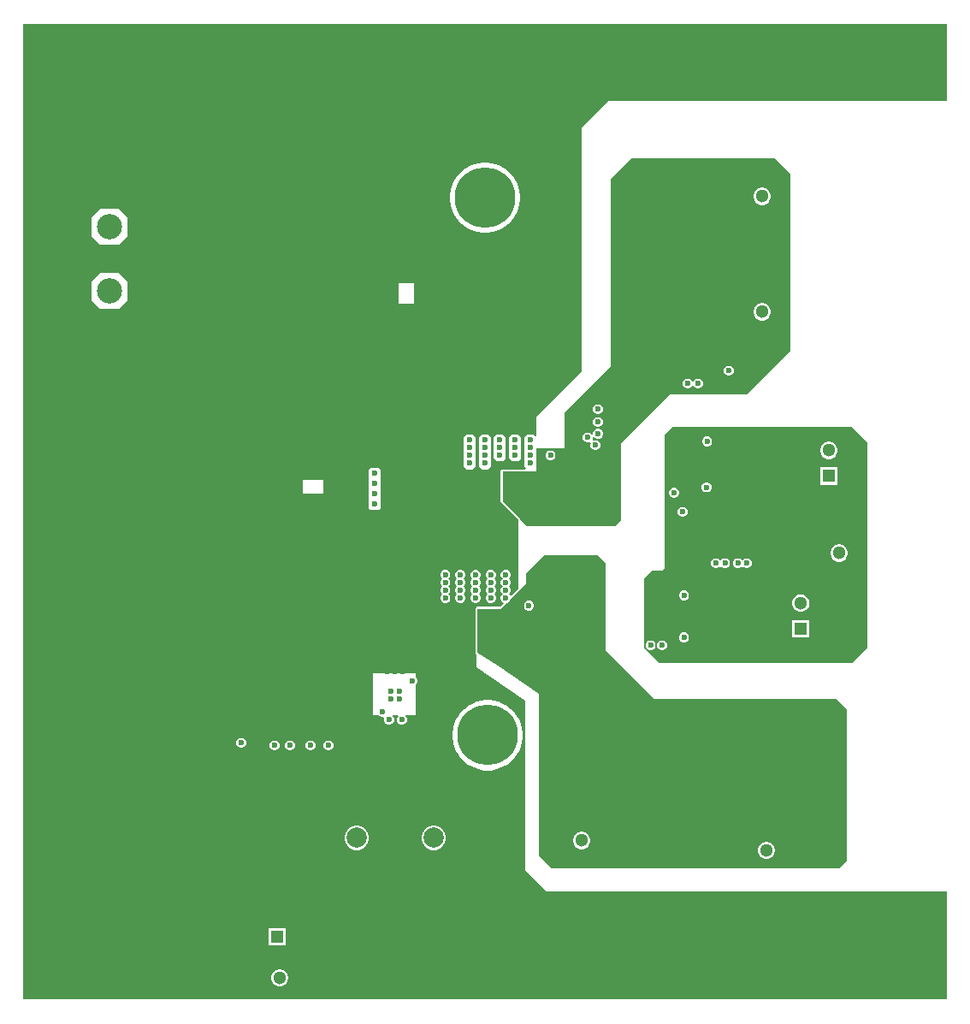
<source format=gbr>
%TF.GenerationSoftware,Altium Limited,Altium Designer,22.9.1 (49)*%
G04 Layer_Physical_Order=2*
G04 Layer_Color=36540*
%FSLAX45Y45*%
%MOMM*%
%TF.SameCoordinates,B7DE9D22-2107-43EB-A15B-9EDAE082944A*%
%TF.FilePolarity,Positive*%
%TF.FileFunction,Copper,L2,Inr,Signal*%
%TF.Part,Single*%
G01*
G75*
%TA.AperFunction,ComponentPad*%
%ADD55C,1.30000*%
%ADD56C,6.00000*%
%ADD57C,1.90500*%
%ADD58C,2.00660*%
%ADD59C,0.60000*%
%ADD60C,2.50000*%
%ADD61R,1.30000X1.30000*%
%ADD62R,1.30000X1.30000*%
%TA.AperFunction,ViaPad*%
%ADD63C,0.60000*%
G36*
X9194800Y10414000D02*
X5842000D01*
X5575300Y10147300D01*
Y7734300D01*
X5207000Y7366000D01*
X5130800Y7289800D01*
Y7107161D01*
X5118100Y7101900D01*
X5100000Y7120000D01*
X5040000D01*
X5010000Y7090000D01*
Y6800000D01*
X5028200Y6781800D01*
X5022939Y6769100D01*
X4787900D01*
X4775200Y6756400D01*
Y6451600D01*
X4953000Y6273800D01*
Y5591438D01*
X4884695Y5523133D01*
X4872238Y5525611D01*
X4871488Y5527423D01*
X4861711Y5537200D01*
X4871488Y5546977D01*
X4879100Y5565354D01*
Y5585246D01*
X4871488Y5603623D01*
X4861711Y5613400D01*
X4871488Y5623177D01*
X4879100Y5641554D01*
Y5661446D01*
X4871488Y5679823D01*
X4861711Y5689600D01*
X4871488Y5699377D01*
X4879100Y5717754D01*
Y5737646D01*
X4871488Y5756023D01*
X4857423Y5770088D01*
X4839046Y5777700D01*
X4819154D01*
X4800777Y5770088D01*
X4786712Y5756023D01*
X4779100Y5737646D01*
Y5717754D01*
X4786712Y5699377D01*
X4796489Y5689600D01*
X4786712Y5679823D01*
X4779100Y5661446D01*
Y5641554D01*
X4786712Y5623177D01*
X4796489Y5613400D01*
X4786712Y5603623D01*
X4779100Y5585246D01*
Y5565354D01*
X4786712Y5546977D01*
X4796489Y5537200D01*
X4786712Y5527423D01*
X4779100Y5509046D01*
Y5489154D01*
X4786712Y5470777D01*
X4800777Y5456712D01*
X4802589Y5455962D01*
X4805067Y5443505D01*
X4771761Y5410200D01*
X4533900D01*
Y5400368D01*
X4532181Y5399219D01*
X4527760Y5392604D01*
X4526208Y5384800D01*
Y5359400D01*
Y4953000D01*
X4526660Y4950730D01*
X4526730Y4948415D01*
X4527429Y4946864D01*
X4527760Y4945196D01*
X4529047Y4943271D01*
X4529998Y4941160D01*
X4531236Y4939995D01*
X4532181Y4938580D01*
X4533900Y4937432D01*
Y4813300D01*
X5020000Y4484854D01*
Y2803200D01*
X5232400Y2590800D01*
X9194800D01*
Y1524000D01*
X50800D01*
Y11176000D01*
X9194800D01*
Y10414000D01*
D02*
G37*
G36*
X7645400Y9702000D02*
Y7949399D01*
X7213600Y7517600D01*
X6451600D01*
X5969000Y7035000D01*
X5969000Y6273000D01*
X5906300Y6210300D01*
X5041100D01*
X4972347Y6279053D01*
X4971840Y6281604D01*
X4967419Y6288219D01*
X4967419Y6288220D01*
X4800600Y6455039D01*
Y6748708D01*
X5022939D01*
X5030743Y6750260D01*
X5037359Y6754681D01*
X5037973Y6755600D01*
X5130800D01*
Y6984200D01*
X5410200D01*
Y7339800D01*
X5562600Y7492200D01*
X5867400Y7797000D01*
Y9651200D01*
X6070600Y9854400D01*
X7493000D01*
X7645400Y9702000D01*
D02*
G37*
G36*
X8407400Y7035800D02*
Y5003800D01*
X8255000Y4851400D01*
X6349999D01*
X6197600Y5003800D01*
Y5689600D01*
X6273800Y5765800D01*
X6375400D01*
X6400800Y5791200D01*
Y7112000D01*
X6477000Y7188200D01*
X8254999Y7188200D01*
X8407400Y7035800D01*
D02*
G37*
G36*
X5816600Y5842000D02*
Y4978400D01*
X6299200Y4495800D01*
X8102600D01*
X8204200Y4394200D01*
Y2895600D01*
X8128000Y2819400D01*
X5283200D01*
X5156200Y2946400D01*
Y4546600D01*
X4749800Y4826000D01*
X4546600Y4953000D01*
Y5359400D01*
Y5384800D01*
X4775200D01*
X4839821Y5449421D01*
X4857423Y5456712D01*
X4871488Y5470777D01*
X4878779Y5488379D01*
X5029199Y5638799D01*
X5029200Y5740400D01*
X5207000Y5918200D01*
X5740400D01*
X5816600Y5842000D01*
D02*
G37*
%LPC*%
G36*
X4645608Y9809480D02*
X4599992D01*
X4554767Y9803526D01*
X4510705Y9791720D01*
X4468562Y9774263D01*
X4429058Y9751455D01*
X4392869Y9723686D01*
X4360613Y9691431D01*
X4332844Y9655242D01*
X4310036Y9615738D01*
X4292580Y9573594D01*
X4280774Y9529533D01*
X4274820Y9484308D01*
Y9438692D01*
X4280774Y9393467D01*
X4292580Y9349405D01*
X4310036Y9307262D01*
X4332844Y9267758D01*
X4360613Y9231569D01*
X4392869Y9199313D01*
X4429058Y9171544D01*
X4468562Y9148736D01*
X4510705Y9131280D01*
X4554767Y9119474D01*
X4599992Y9113520D01*
X4645608D01*
X4690833Y9119474D01*
X4734894Y9131280D01*
X4777038Y9148736D01*
X4816542Y9171544D01*
X4852731Y9199313D01*
X4884986Y9231569D01*
X4912755Y9267758D01*
X4935563Y9307262D01*
X4953020Y9349405D01*
X4964826Y9393467D01*
X4970780Y9438692D01*
Y9484308D01*
X4964826Y9529533D01*
X4953020Y9573594D01*
X4935563Y9615738D01*
X4912755Y9655242D01*
X4884986Y9691431D01*
X4852731Y9723686D01*
X4816542Y9751455D01*
X4777038Y9774263D01*
X4734894Y9791720D01*
X4690833Y9803526D01*
X4645608Y9809480D01*
D02*
G37*
G36*
X1000000Y9350000D02*
X810000D01*
X730000Y9270000D01*
X730000Y9079999D01*
X810000Y9000000D01*
X1000000D01*
X1080000Y9080000D01*
Y9270000D01*
X1000000Y9350000D01*
D02*
G37*
G36*
X3920000Y8610600D02*
X3767800D01*
Y8407400D01*
X3920000D01*
Y8610600D01*
D02*
G37*
G36*
X1000000Y8715000D02*
X810000D01*
X730000Y8635000D01*
X730000Y8444999D01*
X810000Y8365000D01*
X1000000D01*
X1080000Y8445000D01*
Y8635000D01*
X1000000Y8715000D01*
D02*
G37*
G36*
X4950000Y7120000D02*
X4890000D01*
X4860000Y7090000D01*
Y6880000D01*
X4890000Y6850000D01*
X4950000D01*
X4980000Y6880000D01*
Y7090000D01*
X4950000Y7120000D01*
D02*
G37*
G36*
X4800000D02*
X4740000D01*
X4710000Y7090000D01*
Y6880000D01*
X4740000Y6850000D01*
X4800000D01*
X4830000Y6880000D01*
Y7090000D01*
X4800000Y7120000D01*
D02*
G37*
G36*
X4650000D02*
X4590000D01*
X4560000Y7090000D01*
Y6800000D01*
X4590000Y6770000D01*
X4650000D01*
X4680000Y6800000D01*
Y7090000D01*
X4650000Y7120000D01*
D02*
G37*
G36*
X4500000D02*
X4440000D01*
X4410000Y7090000D01*
Y6800000D01*
X4440000Y6770000D01*
X4500000D01*
X4530000Y6800000D01*
Y7090000D01*
X4500000Y7120000D01*
D02*
G37*
G36*
X3022600Y6669246D02*
X2818394D01*
Y6529246D01*
X3022600D01*
Y6669246D01*
D02*
G37*
G36*
X3570000Y6790000D02*
X3490000D01*
X3470000Y6770000D01*
Y6390000D01*
X3490000Y6370000D01*
X3570000D01*
X3590000Y6390000D01*
Y6770000D01*
X3570000Y6790000D01*
D02*
G37*
G36*
X4689046Y5777700D02*
X4669154D01*
X4650777Y5770088D01*
X4636712Y5756023D01*
X4629100Y5737646D01*
Y5717754D01*
X4636712Y5699377D01*
X4646489Y5689600D01*
X4636712Y5679823D01*
X4629100Y5661446D01*
Y5641554D01*
X4636712Y5623177D01*
X4646489Y5613400D01*
X4636712Y5603623D01*
X4629100Y5585246D01*
Y5565354D01*
X4636712Y5546977D01*
X4646489Y5537200D01*
X4636712Y5527423D01*
X4629100Y5509046D01*
Y5489154D01*
X4636712Y5470777D01*
X4650777Y5456712D01*
X4669154Y5449100D01*
X4689046D01*
X4707423Y5456712D01*
X4721488Y5470777D01*
X4729100Y5489154D01*
Y5509046D01*
X4721488Y5527423D01*
X4711711Y5537200D01*
X4721488Y5546977D01*
X4729100Y5565354D01*
Y5585246D01*
X4721488Y5603623D01*
X4711711Y5613400D01*
X4721488Y5623177D01*
X4729100Y5641554D01*
Y5661446D01*
X4721488Y5679823D01*
X4711711Y5689600D01*
X4721488Y5699377D01*
X4729100Y5717754D01*
Y5737646D01*
X4721488Y5756023D01*
X4707423Y5770088D01*
X4689046Y5777700D01*
D02*
G37*
G36*
X4539046D02*
X4519154D01*
X4500777Y5770088D01*
X4486712Y5756023D01*
X4479100Y5737646D01*
Y5717754D01*
X4486712Y5699377D01*
X4496489Y5689600D01*
X4486712Y5679823D01*
X4479100Y5661446D01*
Y5641554D01*
X4486712Y5623177D01*
X4496489Y5613400D01*
X4486712Y5603623D01*
X4479100Y5585246D01*
Y5565354D01*
X4486712Y5546977D01*
X4496489Y5537200D01*
X4486712Y5527423D01*
X4479100Y5509046D01*
Y5489154D01*
X4486712Y5470777D01*
X4500777Y5456712D01*
X4519154Y5449100D01*
X4539046D01*
X4557423Y5456712D01*
X4571488Y5470777D01*
X4579100Y5489154D01*
Y5509046D01*
X4571488Y5527423D01*
X4561711Y5537200D01*
X4571488Y5546977D01*
X4579100Y5565354D01*
Y5585246D01*
X4571488Y5603623D01*
X4561711Y5613400D01*
X4571488Y5623177D01*
X4579100Y5641554D01*
Y5661446D01*
X4571488Y5679823D01*
X4561711Y5689600D01*
X4571488Y5699377D01*
X4579100Y5717754D01*
Y5737646D01*
X4571488Y5756023D01*
X4557423Y5770088D01*
X4539046Y5777700D01*
D02*
G37*
G36*
X4389046D02*
X4369154D01*
X4350777Y5770088D01*
X4336712Y5756023D01*
X4329100Y5737646D01*
Y5717754D01*
X4336712Y5699377D01*
X4346489Y5689600D01*
X4336712Y5679823D01*
X4329100Y5661446D01*
Y5641554D01*
X4336712Y5623177D01*
X4346489Y5613400D01*
X4336712Y5603623D01*
X4329100Y5585246D01*
Y5565354D01*
X4336712Y5546977D01*
X4346489Y5537200D01*
X4336712Y5527423D01*
X4329100Y5509046D01*
Y5489154D01*
X4336712Y5470777D01*
X4350777Y5456712D01*
X4369154Y5449100D01*
X4389046D01*
X4407423Y5456712D01*
X4421488Y5470777D01*
X4429100Y5489154D01*
Y5509046D01*
X4421488Y5527423D01*
X4411711Y5537200D01*
X4421488Y5546977D01*
X4429100Y5565354D01*
Y5585246D01*
X4421488Y5603623D01*
X4411711Y5613400D01*
X4421488Y5623177D01*
X4429100Y5641554D01*
Y5661446D01*
X4421488Y5679823D01*
X4411711Y5689600D01*
X4421488Y5699377D01*
X4429100Y5717754D01*
Y5737646D01*
X4421488Y5756023D01*
X4407423Y5770088D01*
X4389046Y5777700D01*
D02*
G37*
G36*
X4239046D02*
X4219154D01*
X4200777Y5770088D01*
X4186712Y5756023D01*
X4179100Y5737646D01*
Y5717754D01*
X4186712Y5699377D01*
X4196489Y5689600D01*
X4186712Y5679823D01*
X4179100Y5661446D01*
Y5641554D01*
X4186712Y5623177D01*
X4196489Y5613400D01*
X4186712Y5603623D01*
X4179100Y5585246D01*
Y5565354D01*
X4186712Y5546977D01*
X4196489Y5537200D01*
X4186712Y5527423D01*
X4179100Y5509046D01*
Y5489154D01*
X4186712Y5470777D01*
X4200777Y5456712D01*
X4219154Y5449100D01*
X4239046D01*
X4257423Y5456712D01*
X4271488Y5470777D01*
X4279100Y5489154D01*
Y5509046D01*
X4271488Y5527423D01*
X4261711Y5537200D01*
X4271488Y5546977D01*
X4279100Y5565354D01*
Y5585246D01*
X4271488Y5603623D01*
X4261711Y5613400D01*
X4271488Y5623177D01*
X4279100Y5641554D01*
Y5661446D01*
X4271488Y5679823D01*
X4261711Y5689600D01*
X4271488Y5699377D01*
X4279100Y5717754D01*
Y5737646D01*
X4271488Y5756023D01*
X4257423Y5770088D01*
X4239046Y5777700D01*
D02*
G37*
G36*
X3936269Y4752033D02*
X3516269D01*
Y4342033D01*
X3563768D01*
X3564412Y4340477D01*
X3578477Y4326412D01*
X3596854Y4318800D01*
X3616745D01*
X3625356Y4308620D01*
X3622840Y4302546D01*
Y4282654D01*
X3630452Y4264277D01*
X3644517Y4250212D01*
X3662894Y4242600D01*
X3682786D01*
X3701163Y4250212D01*
X3715228Y4264277D01*
X3722840Y4282654D01*
Y4302546D01*
X3715228Y4320923D01*
X3706818Y4329333D01*
X3712078Y4342033D01*
X3760602D01*
X3765862Y4329333D01*
X3757452Y4320923D01*
X3749840Y4302546D01*
Y4282654D01*
X3757452Y4264277D01*
X3771517Y4250212D01*
X3789894Y4242600D01*
X3809786D01*
X3828163Y4250212D01*
X3842228Y4264277D01*
X3849840Y4282654D01*
Y4302546D01*
X3842228Y4320923D01*
X3833818Y4329333D01*
X3839078Y4342033D01*
X3936269D01*
Y4640017D01*
X3947071Y4650819D01*
X3954682Y4669196D01*
Y4689087D01*
X3947071Y4707465D01*
X3936269Y4718266D01*
Y4752033D01*
D02*
G37*
G36*
X2219746Y4114000D02*
X2199854D01*
X2181477Y4106388D01*
X2167412Y4092323D01*
X2159800Y4073946D01*
Y4054054D01*
X2167412Y4035677D01*
X2181477Y4021612D01*
X2199854Y4014000D01*
X2219746D01*
X2238123Y4021612D01*
X2252188Y4035677D01*
X2259800Y4054054D01*
Y4073946D01*
X2252188Y4092323D01*
X2238123Y4106388D01*
X2219746Y4114000D01*
D02*
G37*
G36*
X3083346Y4088600D02*
X3063454D01*
X3045077Y4080988D01*
X3031012Y4066923D01*
X3023400Y4048546D01*
Y4028654D01*
X3031012Y4010277D01*
X3045077Y3996212D01*
X3063454Y3988600D01*
X3083346D01*
X3101723Y3996212D01*
X3115788Y4010277D01*
X3123400Y4028654D01*
Y4048546D01*
X3115788Y4066923D01*
X3101723Y4080988D01*
X3083346Y4088600D01*
D02*
G37*
G36*
X2905546D02*
X2885654D01*
X2867277Y4080988D01*
X2853212Y4066923D01*
X2845600Y4048546D01*
Y4028654D01*
X2853212Y4010277D01*
X2867277Y3996212D01*
X2885654Y3988600D01*
X2905546D01*
X2923923Y3996212D01*
X2937988Y4010277D01*
X2945600Y4028654D01*
Y4048546D01*
X2937988Y4066923D01*
X2923923Y4080988D01*
X2905546Y4088600D01*
D02*
G37*
G36*
X2702346D02*
X2682454D01*
X2664077Y4080988D01*
X2650012Y4066923D01*
X2642400Y4048546D01*
Y4028654D01*
X2650012Y4010277D01*
X2664077Y3996212D01*
X2682454Y3988600D01*
X2702346D01*
X2720723Y3996212D01*
X2734788Y4010277D01*
X2742400Y4028654D01*
Y4048546D01*
X2734788Y4066923D01*
X2720723Y4080988D01*
X2702346Y4088600D01*
D02*
G37*
G36*
X2549946D02*
X2530054D01*
X2511677Y4080988D01*
X2497612Y4066923D01*
X2490000Y4048546D01*
Y4028654D01*
X2497612Y4010277D01*
X2511677Y3996212D01*
X2530054Y3988600D01*
X2549946D01*
X2568323Y3996212D01*
X2582388Y4010277D01*
X2590000Y4028654D01*
Y4048546D01*
X2582388Y4066923D01*
X2568323Y4080988D01*
X2549946Y4088600D01*
D02*
G37*
G36*
X4671008Y4488180D02*
X4625392D01*
X4580167Y4482226D01*
X4536105Y4470420D01*
X4493962Y4452963D01*
X4454458Y4430155D01*
X4418269Y4402386D01*
X4386013Y4370131D01*
X4358244Y4333942D01*
X4335436Y4294438D01*
X4317980Y4252294D01*
X4306174Y4208233D01*
X4300220Y4163008D01*
Y4117392D01*
X4306174Y4072167D01*
X4317980Y4028105D01*
X4335436Y3985962D01*
X4358244Y3946458D01*
X4386013Y3910269D01*
X4418269Y3878013D01*
X4454458Y3850244D01*
X4493962Y3827436D01*
X4536105Y3809980D01*
X4580167Y3798174D01*
X4625392Y3792220D01*
X4671008D01*
X4716233Y3798174D01*
X4760294Y3809980D01*
X4802438Y3827436D01*
X4841942Y3850244D01*
X4878131Y3878013D01*
X4910386Y3910269D01*
X4938155Y3946458D01*
X4960963Y3985962D01*
X4978420Y4028105D01*
X4990226Y4072167D01*
X4996180Y4117392D01*
Y4163008D01*
X4990226Y4208233D01*
X4978420Y4252294D01*
X4960963Y4294438D01*
X4938155Y4333942D01*
X4910386Y4370131D01*
X4878131Y4402386D01*
X4841942Y4430155D01*
X4802438Y4452963D01*
X4760294Y4470420D01*
X4716233Y4482226D01*
X4671008Y4488180D01*
D02*
G37*
G36*
X4130642Y3244530D02*
X4098958D01*
X4068354Y3236330D01*
X4040916Y3220488D01*
X4018512Y3198084D01*
X4002670Y3170646D01*
X3994470Y3140042D01*
Y3108358D01*
X4002670Y3077754D01*
X4018512Y3050316D01*
X4040916Y3027912D01*
X4068354Y3012070D01*
X4098958Y3003870D01*
X4130642D01*
X4161246Y3012070D01*
X4188684Y3027912D01*
X4211088Y3050316D01*
X4226930Y3077754D01*
X4235130Y3108358D01*
Y3140042D01*
X4226930Y3170646D01*
X4211088Y3198084D01*
X4188684Y3220488D01*
X4161246Y3236330D01*
X4130642Y3244530D01*
D02*
G37*
G36*
X3368642D02*
X3336958D01*
X3306354Y3236330D01*
X3278916Y3220488D01*
X3256512Y3198084D01*
X3240670Y3170646D01*
X3232470Y3140042D01*
Y3108358D01*
X3240670Y3077754D01*
X3256512Y3050316D01*
X3278916Y3027912D01*
X3306354Y3012070D01*
X3336958Y3003870D01*
X3368642D01*
X3399246Y3012070D01*
X3426684Y3027912D01*
X3449088Y3050316D01*
X3464930Y3077754D01*
X3473130Y3108358D01*
Y3140042D01*
X3464930Y3170646D01*
X3449088Y3198084D01*
X3426684Y3220488D01*
X3399246Y3236330D01*
X3368642Y3244530D01*
D02*
G37*
G36*
X2650400Y2231300D02*
X2480400D01*
Y2061300D01*
X2650400D01*
Y2231300D01*
D02*
G37*
G36*
X2601990Y1824900D02*
X2579610D01*
X2557991Y1819107D01*
X2538609Y1807917D01*
X2522783Y1792091D01*
X2511593Y1772709D01*
X2505800Y1751090D01*
Y1728710D01*
X2511593Y1707091D01*
X2522783Y1687709D01*
X2538609Y1671883D01*
X2557991Y1660693D01*
X2579610Y1654900D01*
X2601990D01*
X2623609Y1660693D01*
X2642991Y1671883D01*
X2658817Y1687709D01*
X2670007Y1707091D01*
X2675800Y1728710D01*
Y1751090D01*
X2670007Y1772709D01*
X2658817Y1792091D01*
X2642991Y1807917D01*
X2623609Y1819107D01*
X2601990Y1824900D01*
D02*
G37*
G36*
X7377190Y9559200D02*
X7354810D01*
X7333191Y9553407D01*
X7313809Y9542217D01*
X7297983Y9526391D01*
X7286793Y9507009D01*
X7281000Y9485390D01*
Y9463010D01*
X7286793Y9441391D01*
X7297983Y9422009D01*
X7313809Y9406183D01*
X7333191Y9394993D01*
X7354810Y9389200D01*
X7377190D01*
X7398809Y9394993D01*
X7418191Y9406183D01*
X7434017Y9422009D01*
X7445207Y9441391D01*
X7451000Y9463010D01*
Y9485390D01*
X7445207Y9507009D01*
X7434017Y9526391D01*
X7418191Y9542217D01*
X7398809Y9553407D01*
X7377190Y9559200D01*
D02*
G37*
G36*
Y8416200D02*
X7354810D01*
X7333191Y8410407D01*
X7313809Y8399217D01*
X7297983Y8383391D01*
X7286793Y8364009D01*
X7281000Y8342390D01*
Y8320010D01*
X7286793Y8298391D01*
X7297983Y8279009D01*
X7313809Y8263183D01*
X7333191Y8251993D01*
X7354810Y8246200D01*
X7377190D01*
X7398809Y8251993D01*
X7418191Y8263183D01*
X7434017Y8279009D01*
X7445207Y8298391D01*
X7451000Y8320010D01*
Y8342390D01*
X7445207Y8364009D01*
X7434017Y8383391D01*
X7418191Y8399217D01*
X7398809Y8410407D01*
X7377190Y8416200D01*
D02*
G37*
G36*
X7045746Y7797000D02*
X7025854D01*
X7007477Y7789388D01*
X6993412Y7775323D01*
X6985800Y7756946D01*
Y7737054D01*
X6993412Y7718677D01*
X7007477Y7704612D01*
X7025854Y7697000D01*
X7045746D01*
X7064123Y7704612D01*
X7078188Y7718677D01*
X7085800Y7737054D01*
Y7756946D01*
X7078188Y7775323D01*
X7064123Y7789388D01*
X7045746Y7797000D01*
D02*
G37*
G36*
X6740946Y7670000D02*
X6721054D01*
X6702677Y7662388D01*
X6688612Y7648323D01*
X6687073Y7644608D01*
X6673327D01*
X6671788Y7648323D01*
X6657723Y7662388D01*
X6639346Y7670000D01*
X6619454D01*
X6601077Y7662388D01*
X6587012Y7648323D01*
X6579400Y7629946D01*
Y7610054D01*
X6587012Y7591677D01*
X6601077Y7577612D01*
X6619454Y7570000D01*
X6639346D01*
X6657723Y7577612D01*
X6671788Y7591677D01*
X6673327Y7595392D01*
X6687073D01*
X6688612Y7591677D01*
X6702677Y7577612D01*
X6721054Y7570000D01*
X6740946D01*
X6759323Y7577612D01*
X6773388Y7591677D01*
X6781000Y7610054D01*
Y7629946D01*
X6773388Y7648323D01*
X6759323Y7662388D01*
X6740946Y7670000D01*
D02*
G37*
G36*
X5750346Y7416000D02*
X5730454D01*
X5712077Y7408388D01*
X5698012Y7394323D01*
X5690400Y7375946D01*
Y7356054D01*
X5698012Y7337677D01*
X5712077Y7323612D01*
X5730454Y7316000D01*
X5750346D01*
X5768723Y7323612D01*
X5782788Y7337677D01*
X5790400Y7356054D01*
Y7375946D01*
X5782788Y7394323D01*
X5768723Y7408388D01*
X5750346Y7416000D01*
D02*
G37*
G36*
Y7289000D02*
X5730454D01*
X5712077Y7281388D01*
X5698012Y7267323D01*
X5690400Y7248946D01*
Y7229054D01*
X5698012Y7210677D01*
X5712077Y7196612D01*
X5730454Y7189000D01*
X5750346D01*
X5768723Y7196612D01*
X5782788Y7210677D01*
X5790400Y7229054D01*
Y7248946D01*
X5782788Y7267323D01*
X5768723Y7281388D01*
X5750346Y7289000D01*
D02*
G37*
G36*
X5751876Y7171949D02*
X5731985D01*
X5713608Y7164337D01*
X5699543Y7150271D01*
X5691931Y7131894D01*
Y7120774D01*
X5688486Y7118898D01*
X5679231Y7116880D01*
X5667123Y7128988D01*
X5648746Y7136600D01*
X5628854D01*
X5610477Y7128988D01*
X5596412Y7114923D01*
X5588800Y7096546D01*
Y7076654D01*
X5596412Y7058277D01*
X5610477Y7044212D01*
X5628854Y7036600D01*
X5648746D01*
X5659900Y7041220D01*
X5669620Y7031500D01*
X5665000Y7020346D01*
Y7000454D01*
X5672612Y6982077D01*
X5686677Y6968012D01*
X5705054Y6960400D01*
X5724946D01*
X5743323Y6968012D01*
X5757388Y6982077D01*
X5765000Y7000454D01*
Y7020346D01*
X5757388Y7038723D01*
X5743323Y7052788D01*
X5724946Y7060400D01*
X5705054D01*
X5693900Y7055780D01*
X5684180Y7065500D01*
X5688800Y7076654D01*
Y7087775D01*
X5692245Y7089651D01*
X5701500Y7091669D01*
X5713608Y7079561D01*
X5731985Y7071949D01*
X5751876D01*
X5770253Y7079561D01*
X5784319Y7093626D01*
X5791931Y7112003D01*
Y7131894D01*
X5784319Y7150271D01*
X5770253Y7164337D01*
X5751876Y7171949D01*
D02*
G37*
G36*
X5280446Y6958800D02*
X5260554D01*
X5242177Y6951188D01*
X5228112Y6937123D01*
X5220500Y6918746D01*
Y6898854D01*
X5228112Y6880477D01*
X5242177Y6866412D01*
X5260554Y6858800D01*
X5280446D01*
X5298823Y6866412D01*
X5312888Y6880477D01*
X5320500Y6898854D01*
Y6918746D01*
X5312888Y6937123D01*
X5298823Y6951188D01*
X5280446Y6958800D01*
D02*
G37*
G36*
X6829846Y7098500D02*
X6809954D01*
X6791577Y7090888D01*
X6777512Y7076823D01*
X6769900Y7058446D01*
Y7038554D01*
X6777512Y7020177D01*
X6791577Y7006112D01*
X6809954Y6998500D01*
X6829846D01*
X6848223Y7006112D01*
X6862288Y7020177D01*
X6869900Y7038554D01*
Y7058446D01*
X6862288Y7076823D01*
X6848223Y7090888D01*
X6829846Y7098500D01*
D02*
G37*
G36*
X8037590Y7044600D02*
X8015210D01*
X7993591Y7038807D01*
X7974209Y7027617D01*
X7958383Y7011791D01*
X7947193Y6992409D01*
X7941400Y6970790D01*
Y6948410D01*
X7947193Y6926791D01*
X7958383Y6907409D01*
X7974209Y6891583D01*
X7993591Y6880393D01*
X8015210Y6874600D01*
X8037590D01*
X8059209Y6880393D01*
X8078591Y6891583D01*
X8094417Y6907409D01*
X8105607Y6926791D01*
X8111400Y6948410D01*
Y6970790D01*
X8105607Y6992409D01*
X8094417Y7011791D01*
X8078591Y7027617D01*
X8059209Y7038807D01*
X8037590Y7044600D01*
D02*
G37*
G36*
X8111400Y6790600D02*
X7941400D01*
Y6620600D01*
X8111400D01*
Y6790600D01*
D02*
G37*
G36*
X6823146Y6645000D02*
X6803254D01*
X6784877Y6637388D01*
X6770812Y6623323D01*
X6763200Y6604946D01*
Y6585054D01*
X6770812Y6566677D01*
X6784877Y6552612D01*
X6803254Y6545000D01*
X6823146D01*
X6841523Y6552612D01*
X6855588Y6566677D01*
X6863200Y6585054D01*
Y6604946D01*
X6855588Y6623323D01*
X6841523Y6637388D01*
X6823146Y6645000D01*
D02*
G37*
G36*
X6503744Y6590500D02*
X6483853D01*
X6465476Y6582888D01*
X6451410Y6568823D01*
X6443798Y6550446D01*
Y6530554D01*
X6451410Y6512177D01*
X6465476Y6498112D01*
X6483853Y6490500D01*
X6503744D01*
X6522121Y6498112D01*
X6536186Y6512177D01*
X6543798Y6530554D01*
Y6550446D01*
X6536186Y6568823D01*
X6522121Y6582888D01*
X6503744Y6590500D01*
D02*
G37*
G36*
X6588546Y6400000D02*
X6568654D01*
X6550277Y6392388D01*
X6536212Y6378323D01*
X6528600Y6359946D01*
Y6340054D01*
X6536212Y6321677D01*
X6550277Y6307612D01*
X6568654Y6300000D01*
X6588546D01*
X6606923Y6307612D01*
X6620988Y6321677D01*
X6628600Y6340054D01*
Y6359946D01*
X6620988Y6378323D01*
X6606923Y6392388D01*
X6588546Y6400000D01*
D02*
G37*
G36*
X7223546Y5892000D02*
X7203654D01*
X7185277Y5884388D01*
X7177447Y5876557D01*
X7169150Y5871564D01*
X7160853Y5876557D01*
X7153023Y5884388D01*
X7134646Y5892000D01*
X7114754D01*
X7096377Y5884388D01*
X7082312Y5870323D01*
X7074700Y5851946D01*
Y5832054D01*
X7082312Y5813677D01*
X7096377Y5799612D01*
X7114754Y5792000D01*
X7134646D01*
X7153023Y5799612D01*
X7160853Y5807443D01*
X7169150Y5812436D01*
X7177447Y5807443D01*
X7185277Y5799612D01*
X7203654Y5792000D01*
X7223546D01*
X7241923Y5799612D01*
X7255988Y5813677D01*
X7263600Y5832054D01*
Y5851946D01*
X7255988Y5870323D01*
X7241923Y5884388D01*
X7223546Y5892000D01*
D02*
G37*
G36*
X7007646D02*
X6987754D01*
X6969377Y5884388D01*
X6961547Y5876557D01*
X6953250Y5871564D01*
X6944953Y5876557D01*
X6937123Y5884388D01*
X6918746Y5892000D01*
X6898854D01*
X6880477Y5884388D01*
X6866412Y5870323D01*
X6858800Y5851946D01*
Y5832054D01*
X6866412Y5813677D01*
X6880477Y5799612D01*
X6898854Y5792000D01*
X6918746D01*
X6937123Y5799612D01*
X6944953Y5807443D01*
X6953250Y5812436D01*
X6961547Y5807443D01*
X6969377Y5799612D01*
X6987754Y5792000D01*
X7007646D01*
X7026023Y5799612D01*
X7040088Y5813677D01*
X7047700Y5832054D01*
Y5851946D01*
X7040088Y5870323D01*
X7026023Y5884388D01*
X7007646Y5892000D01*
D02*
G37*
G36*
X8139190Y6028600D02*
X8116810D01*
X8095191Y6022807D01*
X8075809Y6011617D01*
X8059983Y5995791D01*
X8048793Y5976409D01*
X8043000Y5954790D01*
Y5932410D01*
X8048793Y5910791D01*
X8059983Y5891409D01*
X8075809Y5875583D01*
X8095191Y5864393D01*
X8116810Y5858600D01*
X8139190D01*
X8160809Y5864393D01*
X8180191Y5875583D01*
X8196017Y5891409D01*
X8207207Y5910791D01*
X8213000Y5932410D01*
Y5954790D01*
X8207207Y5976409D01*
X8196017Y5995791D01*
X8180191Y6011617D01*
X8160809Y6022807D01*
X8139190Y6028600D01*
D02*
G37*
G36*
X6601246Y5574500D02*
X6581354D01*
X6562977Y5566888D01*
X6548912Y5552823D01*
X6541300Y5534446D01*
Y5514554D01*
X6548912Y5496177D01*
X6562977Y5482112D01*
X6581354Y5474500D01*
X6601246D01*
X6619623Y5482112D01*
X6633688Y5496177D01*
X6641300Y5514554D01*
Y5534446D01*
X6633688Y5552823D01*
X6619623Y5566888D01*
X6601246Y5574500D01*
D02*
G37*
G36*
X7760730Y5535840D02*
X7738350D01*
X7716731Y5530047D01*
X7697349Y5518857D01*
X7681523Y5503031D01*
X7670333Y5483649D01*
X7664540Y5462030D01*
Y5439650D01*
X7670333Y5418031D01*
X7681523Y5398649D01*
X7697349Y5382823D01*
X7716731Y5371633D01*
X7738350Y5365840D01*
X7760730D01*
X7782349Y5371633D01*
X7801731Y5382823D01*
X7817557Y5398649D01*
X7828747Y5418031D01*
X7834540Y5439650D01*
Y5462030D01*
X7828747Y5483649D01*
X7817557Y5503031D01*
X7801731Y5518857D01*
X7782349Y5530047D01*
X7760730Y5535840D01*
D02*
G37*
G36*
X7834540Y5281840D02*
X7664540D01*
Y5111840D01*
X7834540D01*
Y5281840D01*
D02*
G37*
G36*
X6601246Y5157940D02*
X6581354D01*
X6562977Y5150328D01*
X6548912Y5136263D01*
X6541300Y5117886D01*
Y5097994D01*
X6548912Y5079617D01*
X6562977Y5065552D01*
X6581354Y5057940D01*
X6601246D01*
X6619623Y5065552D01*
X6633688Y5079617D01*
X6641300Y5097994D01*
Y5117886D01*
X6633688Y5136263D01*
X6619623Y5150328D01*
X6601246Y5157940D01*
D02*
G37*
G36*
X6385346Y5079200D02*
X6365454D01*
X6347077Y5071588D01*
X6333012Y5057523D01*
X6325400Y5039146D01*
Y5019254D01*
X6333012Y5000877D01*
X6347077Y4986812D01*
X6365454Y4979200D01*
X6385346D01*
X6403723Y4986812D01*
X6417788Y5000877D01*
X6425400Y5019254D01*
Y5039146D01*
X6417788Y5057523D01*
X6403723Y5071588D01*
X6385346Y5079200D01*
D02*
G37*
G36*
X6271046D02*
X6251154D01*
X6232777Y5071588D01*
X6218712Y5057523D01*
X6211100Y5039146D01*
Y5019254D01*
X6218712Y5000877D01*
X6232777Y4986812D01*
X6251154Y4979200D01*
X6271046D01*
X6289423Y4986812D01*
X6303488Y5000877D01*
X6311100Y5019254D01*
Y5039146D01*
X6303488Y5057523D01*
X6289423Y5071588D01*
X6271046Y5079200D01*
D02*
G37*
G36*
X5068644Y5472900D02*
X5048753D01*
X5030376Y5465288D01*
X5016310Y5451223D01*
X5008698Y5432846D01*
Y5412954D01*
X5016310Y5394577D01*
X5030376Y5380512D01*
X5048753Y5372900D01*
X5068644D01*
X5087021Y5380512D01*
X5101086Y5394577D01*
X5108698Y5412954D01*
Y5432846D01*
X5101086Y5451223D01*
X5087021Y5465288D01*
X5068644Y5472900D01*
D02*
G37*
G36*
X5590589Y3183800D02*
X5568208D01*
X5546590Y3178007D01*
X5527207Y3166817D01*
X5511381Y3150991D01*
X5500191Y3131609D01*
X5494398Y3109990D01*
Y3087610D01*
X5500191Y3065991D01*
X5511381Y3046609D01*
X5527207Y3030783D01*
X5546590Y3019593D01*
X5568208Y3013800D01*
X5590589D01*
X5612207Y3019593D01*
X5631589Y3030783D01*
X5647415Y3046609D01*
X5658606Y3065991D01*
X5664398Y3087610D01*
Y3109990D01*
X5658606Y3131609D01*
X5647415Y3150991D01*
X5631589Y3166817D01*
X5612207Y3178007D01*
X5590589Y3183800D01*
D02*
G37*
G36*
X7418853Y3086842D02*
X7396472D01*
X7374854Y3081050D01*
X7355472Y3069859D01*
X7339646Y3054034D01*
X7328455Y3034651D01*
X7322663Y3013033D01*
Y2990652D01*
X7328455Y2969034D01*
X7339646Y2949651D01*
X7355472Y2933826D01*
X7374854Y2922635D01*
X7396472Y2916843D01*
X7418853D01*
X7440472Y2922635D01*
X7459854Y2933826D01*
X7475680Y2949651D01*
X7486870Y2969034D01*
X7492663Y2990652D01*
Y3013033D01*
X7486870Y3034651D01*
X7475680Y3054034D01*
X7459854Y3069859D01*
X7440472Y3081050D01*
X7418853Y3086842D01*
D02*
G37*
%LPD*%
D55*
X5372100Y4343400D02*
D03*
X3276600Y3784600D02*
D03*
X4775200Y3200400D02*
D03*
X1841500Y6197600D02*
D03*
X2298700Y4584700D02*
D03*
X7407663Y3001843D02*
D03*
X5350798Y3098800D02*
D03*
X8128000Y6189980D02*
D03*
X7366000Y9707182D02*
D03*
Y8331200D02*
D03*
X2590800Y1739900D02*
D03*
X2365400Y2146300D02*
D03*
X5579398Y3098800D02*
D03*
X7153663Y3001843D02*
D03*
X2362200Y1739900D02*
D03*
X8026400Y6959600D02*
D03*
X7366000Y8564182D02*
D03*
Y9474200D02*
D03*
X7749540Y5450840D02*
D03*
X8128000Y5943600D02*
D03*
D56*
X2082800Y10718800D02*
D03*
X8128000Y2286000D02*
D03*
X4622800Y9461500D02*
D03*
X8178800Y10718800D02*
D03*
X4648200Y4140200D02*
D03*
X1016000Y2286000D02*
D03*
D57*
X3608070Y3379470D02*
D03*
Y2868930D02*
D03*
X3097530Y3379470D02*
D03*
Y2868930D02*
D03*
X4370070Y3379470D02*
D03*
Y2868930D02*
D03*
X3859530D02*
D03*
Y3379470D02*
D03*
D58*
X3352800Y3124200D02*
D03*
X4114800D02*
D03*
D59*
X3694682Y4579142D02*
D03*
X3774682D02*
D03*
Y4499142D02*
D03*
X3694682D02*
D03*
D60*
X914400Y10121900D02*
D03*
Y10756900D02*
D03*
X905798Y8542020D02*
D03*
Y9177020D02*
D03*
D61*
X2565400Y2146300D02*
D03*
D62*
X8026400Y6705600D02*
D03*
X7749540Y5196840D02*
D03*
D63*
X5750000Y7480000D02*
D03*
X7390800Y9243000D02*
D03*
X7515800Y8993000D02*
D03*
X7390800Y8743000D02*
D03*
X7515800Y8493000D02*
D03*
Y7993000D02*
D03*
X7390800Y7743000D02*
D03*
X7265800Y8993000D02*
D03*
Y8493000D02*
D03*
X6765800Y8993000D02*
D03*
X6515800D02*
D03*
X5140800Y6243000D02*
D03*
X3530600Y6527800D02*
D03*
Y6426200D02*
D03*
Y6629400D02*
D03*
X5592460Y5796704D02*
D03*
X5156200Y5511800D02*
D03*
X5169088Y5796380D02*
D03*
X5233623Y5874360D02*
D03*
X5283369Y5822597D02*
D03*
X5059383Y5535767D02*
D03*
X5058441Y5653502D02*
D03*
X3048000Y4419600D02*
D03*
X2971800D02*
D03*
X2870200D02*
D03*
X2768600D02*
D03*
X3073400Y4038600D02*
D03*
X2895600D02*
D03*
X2692400D02*
D03*
X2540000D02*
D03*
X3149600Y4470400D02*
D03*
X3318338Y4181659D02*
D03*
X5070400Y6832600D02*
D03*
X7924800Y5410200D02*
D03*
X8255000D02*
D03*
Y5156200D02*
D03*
X7924800D02*
D03*
X8102600Y5283200D02*
D03*
X7162800Y5207000D02*
D03*
X7493000D02*
D03*
Y4953000D02*
D03*
X7162800D02*
D03*
X7340600Y5080000D02*
D03*
X6451600Y6146800D02*
D03*
X6781800D02*
D03*
Y5892800D02*
D03*
X6451600D02*
D03*
X6629400Y6019800D02*
D03*
X7416800Y5892800D02*
D03*
X7747000D02*
D03*
Y5638800D02*
D03*
X7416800D02*
D03*
X7594600Y5765800D02*
D03*
X7569200Y6375400D02*
D03*
X7391400Y6248400D02*
D03*
X7721600D02*
D03*
Y6502400D02*
D03*
X7391400D02*
D03*
Y6959600D02*
D03*
X7696200D02*
D03*
X7264400Y8737600D02*
D03*
X6578600Y8915400D02*
D03*
X6045200D02*
D03*
X7366000Y7975600D02*
D03*
X6172200Y9728200D02*
D03*
X6350000D02*
D03*
X6578600D02*
D03*
X6756400D02*
D03*
X6959600D02*
D03*
X7137400D02*
D03*
X8999997Y10799997D02*
D03*
Y2399999D02*
D03*
Y1799999D02*
D03*
X8699997Y10799997D02*
D03*
X8849997Y10499997D02*
D03*
X8699997Y2399999D02*
D03*
X8849997Y2099999D02*
D03*
X8699997Y1799999D02*
D03*
X8549997Y10499997D02*
D03*
Y2099999D02*
D03*
X8399997Y1799999D02*
D03*
X8099998D02*
D03*
X7799998Y10799997D02*
D03*
Y1799999D02*
D03*
X7499998Y10799997D02*
D03*
X7649998Y10499997D02*
D03*
X7499998Y2399999D02*
D03*
X7649998Y2099999D02*
D03*
X7499998Y1799999D02*
D03*
X7199998Y10799997D02*
D03*
X7349998Y10499997D02*
D03*
X7199998Y2399999D02*
D03*
X7349998Y2099999D02*
D03*
X7199998Y1799999D02*
D03*
X6899998Y10799997D02*
D03*
X7049998Y10499997D02*
D03*
X6899998Y2399999D02*
D03*
X7049998Y2099999D02*
D03*
X6899998Y1799999D02*
D03*
X6599998Y10799997D02*
D03*
X6749998Y10499997D02*
D03*
X6599998Y2399999D02*
D03*
X6749998Y2099999D02*
D03*
X6599998Y1799999D02*
D03*
X6299998Y10799997D02*
D03*
X6449998Y10499997D02*
D03*
X6299998Y2399999D02*
D03*
X6449998Y2099999D02*
D03*
X6299998Y1799999D02*
D03*
X5999998Y10799997D02*
D03*
X6149998Y10499997D02*
D03*
X5999998Y2399999D02*
D03*
X6149998Y2099999D02*
D03*
X5999998Y1799999D02*
D03*
X5699998Y10799997D02*
D03*
X5849998Y10499997D02*
D03*
X5699998Y2399999D02*
D03*
X5849998Y2099999D02*
D03*
X5699998Y1799999D02*
D03*
X5399998Y10799997D02*
D03*
X5549998Y10499997D02*
D03*
X5399998Y10199997D02*
D03*
Y9599997D02*
D03*
Y8999997D02*
D03*
Y2399999D02*
D03*
X5549998Y2099999D02*
D03*
X5399998Y1799999D02*
D03*
X5099998Y10799997D02*
D03*
X5249998Y10499997D02*
D03*
X5099998Y10199997D02*
D03*
X5249998Y9899997D02*
D03*
Y9299997D02*
D03*
X5099998Y8999997D02*
D03*
X5249998Y8699997D02*
D03*
X5099998Y2399999D02*
D03*
X5249998Y2099999D02*
D03*
X5099998Y1799999D02*
D03*
X4799999Y10799997D02*
D03*
X4949998Y10499997D02*
D03*
X4799999Y10199997D02*
D03*
X4949998Y8699997D02*
D03*
Y3299999D02*
D03*
X4799999Y2999999D02*
D03*
X4949998Y2699999D02*
D03*
X4799999Y2399999D02*
D03*
X4949998Y2099999D02*
D03*
X4799999Y1799999D02*
D03*
X4499999Y10799997D02*
D03*
X4649999Y10499997D02*
D03*
X4499999Y10199997D02*
D03*
X4649999Y8699997D02*
D03*
X4499999Y4799999D02*
D03*
X4649999Y3299999D02*
D03*
X4499999Y2999999D02*
D03*
X4649999Y2699999D02*
D03*
X4499999Y2399999D02*
D03*
X4649999Y2099999D02*
D03*
X4499999Y1799999D02*
D03*
X4199999Y10799997D02*
D03*
X4349999Y10499997D02*
D03*
X4199999Y10199997D02*
D03*
Y8999997D02*
D03*
X4349999Y8699997D02*
D03*
X4199999Y4799999D02*
D03*
Y3599999D02*
D03*
X4349999Y2699999D02*
D03*
X4199999Y2399999D02*
D03*
X4349999Y2099999D02*
D03*
X4199999Y1799999D02*
D03*
X3899999Y10799997D02*
D03*
X4049999Y10499997D02*
D03*
X3899999Y10199997D02*
D03*
X4049999Y9899997D02*
D03*
X3899999Y9599997D02*
D03*
X4049999Y9299997D02*
D03*
X3899999Y8999997D02*
D03*
X4049999Y3299999D02*
D03*
Y2699999D02*
D03*
X3899999Y2399999D02*
D03*
X4049999Y2099999D02*
D03*
X3899999Y1799999D02*
D03*
X3599999Y10799997D02*
D03*
X3749999Y10499997D02*
D03*
X3599999Y10199997D02*
D03*
X3749999Y9899997D02*
D03*
X3599999Y9599997D02*
D03*
X3749999Y9299997D02*
D03*
X3599999Y8999997D02*
D03*
X3749999Y2699999D02*
D03*
X3599999Y2399999D02*
D03*
X3749999Y2099999D02*
D03*
X3599999Y1799999D02*
D03*
X3299999Y10799997D02*
D03*
X3449999Y10499997D02*
D03*
X3299999Y10199997D02*
D03*
X3449999Y9899997D02*
D03*
X3299999Y9599997D02*
D03*
X3449999Y9299997D02*
D03*
X3299999Y8999997D02*
D03*
X3449999Y8699997D02*
D03*
X3299999Y3599999D02*
D03*
X3449999Y3299999D02*
D03*
Y2699999D02*
D03*
X3299999Y2399999D02*
D03*
X3449999Y2099999D02*
D03*
X3299999Y1799999D02*
D03*
X2999999Y10799997D02*
D03*
X3149999Y10499997D02*
D03*
X2999999Y10199997D02*
D03*
X3149999Y9899997D02*
D03*
X2999999Y9599997D02*
D03*
X3149999Y9299997D02*
D03*
X2999999Y8999997D02*
D03*
X3149999Y8699997D02*
D03*
Y5699998D02*
D03*
X2999999Y5399998D02*
D03*
Y4799999D02*
D03*
X3149999Y3899999D02*
D03*
X2999999Y3599999D02*
D03*
Y2999999D02*
D03*
X3149999Y2699999D02*
D03*
X2999999Y2399999D02*
D03*
X3149999Y2099999D02*
D03*
X2999999Y1799999D02*
D03*
X2699999Y10799997D02*
D03*
X2849999Y10499997D02*
D03*
X2699999Y10199997D02*
D03*
X2849999Y9899997D02*
D03*
X2699999Y9599997D02*
D03*
X2849999Y9299997D02*
D03*
X2699999Y8999997D02*
D03*
X2849999Y8699997D02*
D03*
X2699999Y5999998D02*
D03*
X2849999Y5699998D02*
D03*
X2699999Y5399998D02*
D03*
Y4799999D02*
D03*
X2849999Y4499999D02*
D03*
Y3899999D02*
D03*
X2699999Y3599999D02*
D03*
X2849999Y3299999D02*
D03*
Y2699999D02*
D03*
Y2099999D02*
D03*
X2549999Y10499997D02*
D03*
X2399999Y10199997D02*
D03*
X2549999Y9899997D02*
D03*
X2399999Y9599997D02*
D03*
X2549999Y9299997D02*
D03*
X2399999Y8999997D02*
D03*
X2549999Y8699997D02*
D03*
Y6899998D02*
D03*
X2399999Y6599998D02*
D03*
Y5999998D02*
D03*
X2549999Y5699998D02*
D03*
X2399999Y5399998D02*
D03*
X2549999Y5099998D02*
D03*
X2399999Y4799999D02*
D03*
X2549999Y4499999D02*
D03*
Y3899999D02*
D03*
X2099999Y10199997D02*
D03*
X2249999Y9899997D02*
D03*
X2099999Y9599997D02*
D03*
X2249999Y6899998D02*
D03*
X2099999Y6599998D02*
D03*
X2249999Y5699998D02*
D03*
X2099999Y5399998D02*
D03*
X2249999Y5099998D02*
D03*
X2099999Y4799999D02*
D03*
Y2399999D02*
D03*
X2249999Y2099999D02*
D03*
X2099999Y1799999D02*
D03*
X1799999Y10199997D02*
D03*
X1949999Y9899997D02*
D03*
Y6899998D02*
D03*
X1799999Y6599998D02*
D03*
X1949999Y6299998D02*
D03*
X1799999Y5999998D02*
D03*
X1949999Y5699998D02*
D03*
X1799999Y5399998D02*
D03*
X1949999Y5099998D02*
D03*
X1799999Y4799999D02*
D03*
X1949999Y4499999D02*
D03*
X1799999Y4199999D02*
D03*
X1949999Y3899999D02*
D03*
X1799999Y3599999D02*
D03*
Y2999999D02*
D03*
X1949999Y2699999D02*
D03*
X1799999Y2399999D02*
D03*
X1949999Y2099999D02*
D03*
X1799999Y1799999D02*
D03*
X1500000Y10799997D02*
D03*
X1649999Y10499997D02*
D03*
X1500000Y10199997D02*
D03*
X1649999Y6899998D02*
D03*
X1500000Y6599998D02*
D03*
X1649999Y6299998D02*
D03*
X1500000Y5999998D02*
D03*
X1649999Y5699998D02*
D03*
X1500000Y5399998D02*
D03*
X1649999Y5099998D02*
D03*
X1500000Y4799999D02*
D03*
X1649999Y4499999D02*
D03*
X1500000Y4199999D02*
D03*
X1649999Y3899999D02*
D03*
X1500000Y3599999D02*
D03*
X1649999Y3299999D02*
D03*
X1500000Y2999999D02*
D03*
X1649999Y2699999D02*
D03*
X1500000Y2399999D02*
D03*
X1649999Y2099999D02*
D03*
X1500000Y1799999D02*
D03*
X1200000Y10799997D02*
D03*
X1350000Y10499997D02*
D03*
X1200000Y10199997D02*
D03*
X1350000Y9899997D02*
D03*
Y6899998D02*
D03*
X1200000Y6599998D02*
D03*
X1350000Y6299998D02*
D03*
X1200000Y5999998D02*
D03*
X1350000Y5699998D02*
D03*
X1200000Y5399998D02*
D03*
X1350000Y5099998D02*
D03*
X1200000Y4799999D02*
D03*
X1350000Y4499999D02*
D03*
X1200000Y4199999D02*
D03*
X1350000Y3899999D02*
D03*
X1200000Y3599999D02*
D03*
X1350000Y3299999D02*
D03*
X1200000Y2999999D02*
D03*
X1350000Y2699999D02*
D03*
Y2099999D02*
D03*
X1200000Y1799999D02*
D03*
X1050000Y10499997D02*
D03*
Y6899998D02*
D03*
X900000Y6599998D02*
D03*
X1050000Y6299998D02*
D03*
X900000Y5999998D02*
D03*
X1050000Y5699998D02*
D03*
X900000Y5399998D02*
D03*
X1050000Y5099998D02*
D03*
X900000Y4799999D02*
D03*
X1050000Y4499999D02*
D03*
X900000Y4199999D02*
D03*
X1050000Y3899999D02*
D03*
X900000Y3599999D02*
D03*
X1050000Y3299999D02*
D03*
X900000Y2999999D02*
D03*
X1050000Y2699999D02*
D03*
X900000Y1799999D02*
D03*
X600000Y10799997D02*
D03*
X750000Y10499997D02*
D03*
X600000Y10199997D02*
D03*
X750000Y9899997D02*
D03*
Y6899998D02*
D03*
X600000Y6599998D02*
D03*
X750000Y6299998D02*
D03*
X600000Y5999998D02*
D03*
X750000Y5699998D02*
D03*
X600000Y5399998D02*
D03*
X750000Y5099998D02*
D03*
X600000Y4799999D02*
D03*
X750000Y4499999D02*
D03*
X600000Y4199999D02*
D03*
X750000Y3899999D02*
D03*
X600000Y3599999D02*
D03*
X750000Y3299999D02*
D03*
X600000Y2999999D02*
D03*
X750000Y2699999D02*
D03*
X600000Y2399999D02*
D03*
Y1799999D02*
D03*
X300000Y10799997D02*
D03*
X450000Y10499997D02*
D03*
X300000Y10199997D02*
D03*
X450000Y9899997D02*
D03*
X300000Y7199998D02*
D03*
X450000Y6899998D02*
D03*
X300000Y6599998D02*
D03*
X450000Y6299998D02*
D03*
X300000Y5999998D02*
D03*
X450000Y5699998D02*
D03*
X300000Y5399998D02*
D03*
X450000Y5099998D02*
D03*
X300000Y4799999D02*
D03*
X450000Y4499999D02*
D03*
X300000Y4199999D02*
D03*
X450000Y3899999D02*
D03*
X300000Y3599999D02*
D03*
X450000Y3299999D02*
D03*
X300000Y2999999D02*
D03*
X450000Y2699999D02*
D03*
X300000Y2399999D02*
D03*
X450000Y2099999D02*
D03*
X300000Y1799999D02*
D03*
X5070400Y6985000D02*
D03*
X4279900Y8483600D02*
D03*
X3378200D02*
D03*
X2133600Y6273800D02*
D03*
X4770400Y7061200D02*
D03*
X2438400Y3200400D02*
D03*
X5054600Y4813300D02*
D03*
X3975100Y8407400D02*
D03*
X2844800Y8483600D02*
D03*
X7162800Y8509000D02*
D03*
X4379100Y5499100D02*
D03*
X4584700Y4978400D02*
D03*
X3606800Y8407400D02*
D03*
X6747798Y4178300D02*
D03*
X7162800Y7899400D02*
D03*
X4679100Y5499100D02*
D03*
X4414855Y4956419D02*
D03*
X3078875Y4958959D02*
D03*
X5575300Y4178300D02*
D03*
X2209800Y4064000D02*
D03*
X2260600Y2870200D02*
D03*
X1955800Y3352800D02*
D03*
X3611880Y5021580D02*
D03*
X7137400Y9169400D02*
D03*
X4089655Y4956419D02*
D03*
X5346700Y8483600D02*
D03*
X3967480Y5019040D02*
D03*
X7912100Y3022600D02*
D03*
X6159500Y7988300D02*
D03*
X3149600Y8407400D02*
D03*
X5041900D02*
D03*
X6596544Y7075970D02*
D03*
X3514683Y3849142D02*
D03*
X5575300Y4089400D02*
D03*
X6451600D02*
D03*
X5435600Y5880100D02*
D03*
X5556219Y6249869D02*
D03*
X4813300Y8483600D02*
D03*
X2159000Y8788400D02*
D03*
X6926580Y5400040D02*
D03*
X8089900Y3848100D02*
D03*
X6159500Y7797800D02*
D03*
X4508500Y8407400D02*
D03*
X3606800Y8483600D02*
D03*
X2184400Y6197600D02*
D03*
X4620400Y7061200D02*
D03*
X4610100Y5168900D02*
D03*
X3975100Y8483600D02*
D03*
X2768600D02*
D03*
X6731000Y8432800D02*
D03*
X4829100Y5651500D02*
D03*
X7150100Y3911600D02*
D03*
X5638800Y7086600D02*
D03*
X2463800Y8407400D02*
D03*
X2159000Y8483600D02*
D03*
X7239000Y7797800D02*
D03*
X4620400Y6908800D02*
D03*
X2997575Y4958959D02*
D03*
X3927055Y4956419D02*
D03*
X2260600Y2971800D02*
D03*
X5168900Y4749800D02*
D03*
X7188200Y9321800D02*
D03*
X4920400Y6908800D02*
D03*
X3322775Y4958959D02*
D03*
X5575300Y4000500D02*
D03*
X6235700Y7797800D02*
D03*
X5499100Y8407400D02*
D03*
X4048760Y5019040D02*
D03*
X2961640Y5021580D02*
D03*
X6502400Y5107300D02*
D03*
X5435600Y6324600D02*
D03*
X3098800Y6858000D02*
D03*
X3721100Y8661400D02*
D03*
X7124700Y3644900D02*
D03*
X5041900Y8483600D02*
D03*
X6507156Y7074982D02*
D03*
X3794683Y4169142D02*
D03*
X6667500Y4089400D02*
D03*
X4737100Y8407400D02*
D03*
X2159000Y8712200D02*
D03*
X5632419Y6249869D02*
D03*
X7157720Y6929120D02*
D03*
X4508500Y8483600D02*
D03*
X3530600D02*
D03*
X2057400Y6400800D02*
D03*
X4470400Y7061200D02*
D03*
X6819900Y7048500D02*
D03*
X6223000Y7607300D02*
D03*
X4203700Y8407400D02*
D03*
X2997200Y8483600D02*
D03*
X6731000Y8509000D02*
D03*
X4770400Y6985000D02*
D03*
X6286500Y3962400D02*
D03*
X2616200Y8407400D02*
D03*
X2235200Y8483600D02*
D03*
X7035800Y7747000D02*
D03*
X3650744Y4958824D02*
D03*
X5257800Y4749800D02*
D03*
X3073400Y8407400D02*
D03*
X2880360Y5021580D02*
D03*
X6265198Y5588000D02*
D03*
X5969000Y9626600D02*
D03*
X4529100Y5499100D02*
D03*
X4170955Y4956419D02*
D03*
X3975100Y8661400D02*
D03*
X4902200Y6515100D02*
D03*
X5499100Y8483600D02*
D03*
X4130040Y5019040D02*
D03*
X3042920Y5021580D02*
D03*
X6354098Y5588000D02*
D03*
X5715000Y7010400D02*
D03*
X5270500Y8407400D02*
D03*
X6813200Y6595000D02*
D03*
X3674683Y4169142D02*
D03*
X6565900Y4089400D02*
D03*
X5613400Y5880100D02*
D03*
X3530600Y8407400D02*
D03*
X4737100Y8483600D02*
D03*
X2235200Y8940800D02*
D03*
X5708619Y6249869D02*
D03*
X7160260Y6718300D02*
D03*
X4432300Y8407400D02*
D03*
X3683000Y8483600D02*
D03*
X2184400Y6502400D02*
D03*
X2692400Y6553200D02*
D03*
X6718300Y7048500D02*
D03*
X4829100Y5575300D02*
D03*
X4203700Y8483600D02*
D03*
X2921000D02*
D03*
X5312698Y3556000D02*
D03*
X6934200Y8432800D02*
D03*
X2768600Y8407400D02*
D03*
X2197100Y9347200D02*
D03*
X2387600Y8483600D02*
D03*
X7128798Y3746500D02*
D03*
X6629400Y7620000D02*
D03*
X4529100Y5651500D02*
D03*
X6286500Y4114800D02*
D03*
X5575300Y4356100D02*
D03*
X2540000Y8407400D02*
D03*
X5058698Y5422900D02*
D03*
X7611398Y3924300D02*
D03*
X6070600Y9626600D02*
D03*
X4470400Y6908800D02*
D03*
X3404075Y4958959D02*
D03*
X3886200Y8750300D02*
D03*
X2260600Y2463800D02*
D03*
X5270500Y6908800D02*
D03*
X4211320Y5019040D02*
D03*
X3124200Y5021580D02*
D03*
X6591300Y5524500D02*
D03*
X5741931Y7121949D02*
D03*
X6502400Y5016500D02*
D03*
X7124700Y3441700D02*
D03*
X5270500Y8483600D02*
D03*
X7124700Y5842000D02*
D03*
X3494682Y3919142D02*
D03*
X3530600Y6731000D02*
D03*
X6769100Y4089400D02*
D03*
X5473700Y6248400D02*
D03*
X3683000Y8407400D02*
D03*
X4965700D02*
D03*
X2235200Y8864600D02*
D03*
X5784819Y6249869D02*
D03*
X3810882Y4767742D02*
D03*
X4432300Y8483600D02*
D03*
X2235200Y8636000D02*
D03*
X2082800Y6197600D02*
D03*
X4127500Y8407400D02*
D03*
X3149600Y8483600D02*
D03*
X4529100Y5727700D02*
D03*
X6934200Y8509000D02*
D03*
X2844800Y8407400D02*
D03*
X2197100Y9245600D02*
D03*
X2311400Y8483600D02*
D03*
X7230398Y3644900D02*
D03*
X6544598Y4178300D02*
D03*
X6731000Y7620000D02*
D03*
X4470400Y6985000D02*
D03*
X2311400Y8407400D02*
D03*
X2667000Y4406900D02*
D03*
X6963698Y3835400D02*
D03*
X6172200Y9626600D02*
D03*
X4920400Y6985000D02*
D03*
X4252255Y4956419D02*
D03*
X5435600Y4749800D02*
D03*
X4292600Y5019040D02*
D03*
X3205480Y5021580D02*
D03*
X5486400Y7112000D02*
D03*
X6261100Y5029200D02*
D03*
X7721600Y3505200D02*
D03*
X5194300Y8407400D02*
D03*
X7213600Y5842000D02*
D03*
X3974682Y3919142D02*
D03*
X2336800Y3086100D02*
D03*
X6985000Y4089400D02*
D03*
X5524500Y5880100D02*
D03*
X4953000Y6578600D02*
D03*
X2387600Y8407400D02*
D03*
X4965700Y8483600D02*
D03*
X2159000Y8940800D02*
D03*
X5861019Y6249869D02*
D03*
X3734682Y4767742D02*
D03*
X4660900Y8407400D02*
D03*
X2235200Y8559800D02*
D03*
X2133600Y6350000D02*
D03*
X3799840Y4292600D02*
D03*
X4229100Y5727700D02*
D03*
X6235700Y8178800D02*
D03*
X4127500Y8483600D02*
D03*
X3073400D02*
D03*
X4679100Y5727700D02*
D03*
X4470400Y6832600D02*
D03*
X4379100Y5575300D02*
D03*
X3492500Y4202600D02*
D03*
X2997200Y8407400D02*
D03*
X2197100Y9144000D02*
D03*
X2540000Y8483600D02*
D03*
X7128798Y3543300D02*
D03*
X6341398Y4178300D02*
D03*
X6527800Y8153400D02*
D03*
X4529100Y5575300D02*
D03*
X3556000Y4152900D02*
D03*
X3953998Y4252351D02*
D03*
X4826000Y6515100D02*
D03*
X3378200Y8407400D02*
D03*
X2590800Y4406900D02*
D03*
X5325398Y3365500D02*
D03*
X6273800Y9626600D02*
D03*
X3485375Y4958959D02*
D03*
X4008355Y4956419D02*
D03*
X1968500Y4102100D02*
D03*
X4373880Y5019040D02*
D03*
X3286760Y5021580D02*
D03*
X6502400Y5524500D02*
D03*
X5486400Y7188200D02*
D03*
X4379100Y5651500D02*
D03*
X2794000Y6858000D02*
D03*
X5524500Y4749800D02*
D03*
X7874000Y3492500D02*
D03*
X5194300Y8483600D02*
D03*
X6997700Y5842000D02*
D03*
X3914683Y4169142D02*
D03*
X7150100Y4000500D02*
D03*
X3606800Y4368800D02*
D03*
X6354098Y4089400D02*
D03*
X3225800Y8407400D02*
D03*
X4889500D02*
D03*
X2159000Y8864600D02*
D03*
X7213600Y6248400D02*
D03*
X3658482Y4767742D02*
D03*
X4660900Y8483600D02*
D03*
X2159000Y8636000D02*
D03*
X2082800Y6502400D02*
D03*
X4379100Y5727700D02*
D03*
X4597400Y5080000D02*
D03*
X4356100Y8407400D02*
D03*
X3302000Y8483600D02*
D03*
X2689514Y6647180D02*
D03*
X4829100Y5727700D02*
D03*
X2235200Y8407400D02*
D03*
X2197100Y9042400D02*
D03*
X2463800Y8483600D02*
D03*
X7128798Y3340100D02*
D03*
X6956878Y4173314D02*
D03*
X6527800Y8001000D02*
D03*
X2514600Y4406900D02*
D03*
X6375400Y9626600D02*
D03*
X4333555Y4956419D02*
D03*
X5397500Y4194300D02*
D03*
X2260600Y2565400D02*
D03*
Y2667000D02*
D03*
X2082800Y2997200D02*
D03*
X4455160Y5019040D02*
D03*
X3368040Y5021580D02*
D03*
X5486400Y7264400D02*
D03*
X4620400Y6985000D02*
D03*
X3797300Y8750300D02*
D03*
X5422900Y8407400D02*
D03*
X6908800Y5842000D02*
D03*
X3904683Y4679142D02*
D03*
X3770190Y4953518D02*
D03*
X7073900Y4089400D02*
D03*
X6235700Y7988300D02*
D03*
X3454400Y8407400D02*
D03*
X4889500Y8483600D02*
D03*
X7124700Y6248400D02*
D03*
X3954682Y3849142D02*
D03*
X5346700Y5880100D02*
D03*
X4584700Y8407400D02*
D03*
X2159000Y8559800D02*
D03*
X2057400Y6299200D02*
D03*
X3672840Y4292600D02*
D03*
X4229100Y5499100D02*
D03*
X2109110Y5923342D02*
D03*
X4356100Y8483600D02*
D03*
X3225800D02*
D03*
X2286000Y6502400D02*
D03*
X5070400Y7061200D02*
D03*
X4829100Y5499100D02*
D03*
X4864100Y6451600D02*
D03*
X4051300Y8407400D02*
D03*
X2692400Y8483600D02*
D03*
X6527800Y8077200D02*
D03*
X3302000Y8407400D02*
D03*
X6477000Y9626600D02*
D03*
X4620400Y6832600D02*
D03*
X4229100Y5575300D02*
D03*
X2916275Y4958959D02*
D03*
X3241475D02*
D03*
X1981200Y3098800D02*
D03*
X3449320Y5021580D02*
D03*
X5740400Y7239000D02*
D03*
X4679100Y5575300D02*
D03*
X6375400Y5029200D02*
D03*
X6578600Y6350000D02*
D03*
X5422900Y8483600D02*
D03*
X3804920Y5019040D02*
D03*
X5575300Y4267200D02*
D03*
X2692400Y8407400D02*
D03*
X5118100D02*
D03*
X6908800Y6248400D02*
D03*
X3884683Y3829142D02*
D03*
X4229100Y5651500D02*
D03*
X4584700Y8483600D02*
D03*
X2235200Y8788400D02*
D03*
X2286000Y6197600D02*
D03*
X6705600Y6502400D02*
D03*
X4679100Y5651500D02*
D03*
X6159500Y8178800D02*
D03*
X4279900Y8407400D02*
D03*
X3454400Y8483600D02*
D03*
X2133600Y6426200D02*
D03*
X4920400Y7061200D02*
D03*
X4051300Y8483600D02*
D03*
X2616200D02*
D03*
X5312698Y3771900D02*
D03*
X7162800Y8432800D02*
D03*
X4770400Y6908800D02*
D03*
X2159000Y8407400D02*
D03*
X7035800Y7848600D02*
D03*
X5070400Y6908800D02*
D03*
X3566675Y4958959D02*
D03*
X3845755Y4956419D02*
D03*
X2260600Y2768600D02*
D03*
X6883400Y4089400D02*
D03*
X1955800Y3238500D02*
D03*
X3530600Y5021580D02*
D03*
X5740400Y7366000D02*
D03*
X3160175Y4958959D02*
D03*
X5346700Y4749800D02*
D03*
Y8407400D02*
D03*
X3886200Y5019040D02*
D03*
X6493798Y6540500D02*
D03*
X6591300Y5107940D02*
D03*
X6726700Y6595000D02*
D03*
X6210300Y4114800D02*
D03*
X6286500Y4038600D02*
D03*
X6985000Y3263900D02*
D03*
X2921000Y8407400D02*
D03*
X5118100Y8483600D02*
D03*
X7010400Y6248400D02*
D03*
X3584682Y3829142D02*
D03*
X7239000Y3441700D02*
D03*
X4813300Y8407400D02*
D03*
X2235200Y8712200D02*
D03*
X6921500Y5232400D02*
D03*
%TF.MD5,e5897699d2c15417535193783c092e9d*%
M02*

</source>
